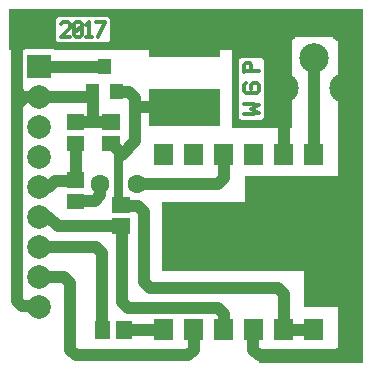
<source format=gbr>
G04 start of page 2 for group 0 idx 0 *
G04 Title: Dom32RF, top *
G04 Creator: pcb 4.0.2 *
G04 CreationDate: Tue Feb 12 11:34:35 2019 UTC *
G04 For: walter *
G04 Format: Gerber/RS-274X *
G04 PCB-Dimensions (mil): 1181.10 1181.10 *
G04 PCB-Coordinate-Origin: lower left *
%MOIN*%
%FSLAX25Y25*%
%LNTOP*%
%ADD20C,0.0591*%
%ADD19C,0.0492*%
%ADD18C,0.0315*%
%ADD17C,0.0630*%
%ADD16C,0.0984*%
%ADD15C,0.0787*%
%ADD14C,0.0118*%
%ADD13C,0.0197*%
%ADD12C,0.0394*%
%ADD11C,0.0001*%
G54D11*G36*
X94488Y78346D02*X80825D01*
Y81108D01*
X84041Y81113D01*
X84222Y81157D01*
X84394Y81228D01*
X84552Y81325D01*
X84694Y81446D01*
X84814Y81587D01*
X84912Y81746D01*
X84983Y81917D01*
X85026Y82098D01*
X85037Y82283D01*
X85026Y100730D01*
X84983Y100911D01*
X84912Y101082D01*
X84814Y101241D01*
X84694Y101382D01*
X84552Y101503D01*
X84394Y101600D01*
X84222Y101671D01*
X84041Y101715D01*
X83856Y101726D01*
X80825Y101720D01*
Y118110D01*
X94488D01*
Y78346D01*
G37*
G36*
X80825D02*X74409D01*
Y118110D01*
X80825D01*
Y101720D01*
X77609Y101715D01*
X77429Y101671D01*
X77257Y101600D01*
X77098Y101503D01*
X76957Y101382D01*
X76836Y101241D01*
X76739Y101082D01*
X76668Y100911D01*
X76625Y100730D01*
X76614Y100545D01*
X76625Y82098D01*
X76668Y81917D01*
X76739Y81746D01*
X76836Y81587D01*
X76957Y81446D01*
X77098Y81325D01*
X77257Y81228D01*
X77429Y81157D01*
X77609Y81113D01*
X77795Y81102D01*
X80825Y81108D01*
Y78346D01*
G37*
G36*
X24704Y118110D02*X74606D01*
Y104331D01*
X24704D01*
Y106898D01*
X32861Y106903D01*
X33042Y106946D01*
X33213Y107018D01*
X33372Y107115D01*
X33513Y107235D01*
X33634Y107377D01*
X33731Y107535D01*
X33802Y107707D01*
X33846Y107888D01*
X33856Y108073D01*
X33846Y114320D01*
X33802Y114500D01*
X33731Y114672D01*
X33634Y114831D01*
X33513Y114972D01*
X33372Y115093D01*
X33213Y115190D01*
X33042Y115261D01*
X32861Y115304D01*
X32675Y115315D01*
X24704Y115310D01*
Y118110D01*
G37*
G36*
X0Y104331D02*Y118110D01*
X24704D01*
Y115310D01*
X16547Y115304D01*
X16366Y115261D01*
X16194Y115190D01*
X16036Y115093D01*
X15895Y114972D01*
X15774Y114831D01*
X15677Y114672D01*
X15606Y114500D01*
X15562Y114320D01*
X15551Y114134D01*
X15562Y107888D01*
X15606Y107707D01*
X15677Y107535D01*
X15774Y107377D01*
X15895Y107235D01*
X16036Y107115D01*
X16194Y107018D01*
X16366Y106946D01*
X16547Y106903D01*
X16732Y106892D01*
X24704Y106898D01*
Y104331D01*
X15249D01*
X15176Y104393D01*
X14912Y104555D01*
X14626Y104673D01*
X14325Y104746D01*
X14016Y104764D01*
X5833Y104746D01*
X5532Y104673D01*
X5245Y104555D01*
X4981Y104393D01*
X4908Y104331D01*
X0D01*
G37*
G36*
X84843Y108661D02*Y118110D01*
X118110D01*
Y108661D01*
X84843D01*
G37*
G36*
X109646Y62402D02*Y118110D01*
X118110D01*
Y62402D01*
X109646D01*
G37*
G36*
X78740D02*X111614D01*
Y30709D01*
X78740D01*
Y62402D01*
G37*
G36*
X51181Y53543D02*X78937D01*
Y30709D01*
X51181D01*
Y53543D01*
G37*
G36*
X98425Y18701D02*Y30906D01*
X109843D01*
Y18701D01*
X98425D01*
G37*
G36*
X113386Y62598D02*X118110D01*
Y0D01*
X113386D01*
Y62598D01*
G37*
G36*
X83465Y3937D02*X118110D01*
Y0D01*
X83465D01*
Y3937D01*
G37*
G54D12*X2559Y86024D02*Y20866D01*
X10079Y48858D02*X13150D01*
X16339Y45669D01*
X10079Y58858D02*X13386D01*
X15354Y60827D01*
X10079Y38858D02*X29055D01*
X16339Y45669D02*X37401D01*
X37402Y45670D01*
X29055Y38858D02*X31102Y36811D01*
Y11220D01*
X37598Y20276D02*Y45669D01*
X45079Y26969D02*Y50394D01*
X43110Y52362D01*
X37402D01*
X2559Y20866D02*X4528Y18898D01*
X10039D01*
X15354Y60827D02*X22047D01*
X22244Y53938D02*X28544D01*
X30512Y55906D01*
Y59843D01*
G54D13*X37205Y52362D02*Y69094D01*
X36024Y52362D02*Y69094D01*
G54D12*X22047Y60827D02*X22244Y61024D01*
Y73229D01*
X10039Y18898D02*X10079Y18858D01*
X22244Y2559D02*X20276Y4528D01*
Y26772D01*
X18307Y28740D01*
X10197D01*
X10079Y28858D01*
X2559Y90748D02*X4528Y88780D01*
X10000D01*
X10079Y88858D01*
X5394D02*X2559Y86024D01*
X10079Y98858D02*X31732D01*
X31890Y99016D01*
X5394Y88858D02*X26426D01*
X27990Y90422D01*
X22244Y80315D02*X34055D01*
X2559Y86024D02*Y107283D01*
X2992Y111654D02*X2953Y111614D01*
X61575Y11126D02*Y4488D01*
X59646Y2559D01*
X71457Y11244D02*X71575Y11126D01*
X71654Y11048D02*Y16339D01*
X69685Y18307D01*
X59646Y2559D02*X22244D01*
X38385Y11024D02*X51472D01*
X31102Y11220D02*X31299Y11024D01*
X51472D02*X51575Y11126D01*
X69685Y18307D02*X39567D01*
X37598Y20276D01*
X89567Y25000D02*X47047D01*
X45079Y26969D01*
X83465Y2559D02*X81496Y4528D01*
Y11048D01*
X81575Y11126D01*
X26378Y88810D02*X27953Y90385D01*
X27990Y90422D02*Y80352D01*
X27953Y80315D01*
X42126Y85236D02*X58465D01*
X42126Y74016D02*Y88386D01*
X40157Y90354D01*
X35857D01*
X35790Y90422D01*
X37402Y69488D02*X37598D01*
X44488Y59843D02*X69685D01*
X71654Y61811D01*
Y69409D01*
X71575Y69488D01*
X37402Y69883D02*X34055Y73229D01*
X37598Y69488D02*X42126Y74016D01*
G54D13*X37402Y69488D02*X37599Y69685D01*
G54D12*X101575Y69488D02*Y101654D01*
X91575Y69488D02*Y111654D01*
Y11126D02*Y22992D01*
X89567Y25000D01*
X91339Y11363D02*X91575Y11126D01*
X101575D01*
X111575Y4488D02*X109646Y2559D01*
X83465D01*
X111575Y4488D02*Y111654D01*
G54D14*X78385Y82874D02*X80825D01*
X83265Y83484D01*
X80825Y84704D01*
X83265Y85924D01*
X80825Y86534D01*
X78385D02*X80825D01*
X78385Y92634D02*X78995Y93244D01*
X78385Y92634D02*Y90804D01*
X78995Y90194D02*X78385Y90804D01*
X78995Y90194D02*X82655D01*
X83265Y90804D01*
Y92634D02*Y90804D01*
Y92634D02*X82655Y93244D01*
X81435D02*X82655D01*
X80825Y92634D02*X81435Y93244D01*
X80825Y92634D02*Y91414D01*
X78385Y97514D02*X83265D01*
X78385Y99344D02*Y96904D01*
Y99344D02*X78995Y99954D01*
X80215D01*
X80825Y99344D02*X80215Y99954D01*
X80825Y99344D02*Y97514D01*
X17323Y112934D02*X17933Y113544D01*
X19763D01*
X20373Y112934D01*
Y111714D01*
X17323Y108664D02*X20373Y111714D01*
X17323Y108664D02*X20373D01*
X21837Y109274D02*X22447Y108664D01*
X21837Y112934D02*Y109274D01*
Y112934D02*X22447Y113544D01*
X23667D01*
X24277Y112934D01*
Y109274D01*
X23667Y108664D02*X24277Y109274D01*
X22447Y108664D02*X23667D01*
X21837Y109884D02*X24277Y112324D01*
X25741Y112568D02*X26717Y113544D01*
Y108664D01*
X25741D02*X27571D01*
X29645D02*X32085Y113544D01*
X29035D02*X32085D01*
G54D11*G36*
X6142Y102795D02*Y94921D01*
X14016D01*
Y102795D01*
X6142D01*
G37*
G54D15*X10079Y88858D03*
G54D16*X101575Y101654D03*
X91575Y91654D03*
Y111654D03*
X111575Y91654D03*
Y111654D03*
G54D15*X10079Y78858D03*
Y68858D03*
Y58858D03*
Y48858D03*
Y38858D03*
Y28858D03*
Y18858D03*
G54D11*G36*
X54825Y14626D02*X48325D01*
Y7626D01*
X54825D01*
Y14626D01*
G37*
G36*
X64825D02*X58325D01*
Y7626D01*
X64825D01*
Y14626D01*
G37*
G36*
X74825D02*X68325D01*
Y7626D01*
X74825D01*
Y14626D01*
G37*
G36*
X84825D02*X78325D01*
Y7626D01*
X84825D01*
Y14626D01*
G37*
G36*
X94825D02*X88325D01*
Y7626D01*
X94825D01*
Y14626D01*
G37*
G36*
X104825D02*X98325D01*
Y7626D01*
X104825D01*
Y14626D01*
G37*
G36*
Y72988D02*X98325D01*
Y65988D01*
X104825D01*
Y72988D01*
G37*
G36*
X94825D02*X88325D01*
Y65988D01*
X94825D01*
Y72988D01*
G37*
G36*
X84825D02*X78325D01*
Y65988D01*
X84825D01*
Y72988D01*
G37*
G36*
X74825D02*X68325D01*
Y65988D01*
X74825D01*
Y72988D01*
G37*
G36*
X64825D02*X58325D01*
Y65988D01*
X64825D01*
Y72988D01*
G37*
G36*
X46715Y91386D02*Y79086D01*
X70215D01*
Y91386D01*
X46715D01*
G37*
G36*
Y114386D02*Y102086D01*
X70215D01*
Y114386D01*
X46715D01*
G37*
G36*
X54825Y72988D02*X48325D01*
Y65988D01*
X54825D01*
Y72988D01*
G37*
G36*
X19292Y75788D02*Y70670D01*
X25196D01*
Y75788D01*
X19292D01*
G37*
G36*
Y82874D02*Y77756D01*
X25196D01*
Y82874D01*
X19292D01*
G37*
G36*
X31103Y75788D02*Y70670D01*
X37007D01*
Y75788D01*
X31103D01*
G37*
G36*
Y82874D02*Y77756D01*
X37007D01*
Y82874D01*
X31103D01*
G37*
G36*
X30190Y92922D02*X25790D01*
Y87922D01*
X30190D01*
Y92922D01*
G37*
G36*
X37990D02*X33590D01*
Y87922D01*
X37990D01*
Y92922D01*
G37*
G36*
X34090Y101516D02*X29690D01*
Y96516D01*
X34090D01*
Y101516D01*
G37*
G36*
X19292Y56497D02*Y51379D01*
X25196D01*
Y56497D01*
X19292D01*
G37*
G36*
Y63583D02*Y58465D01*
X25196D01*
Y63583D01*
X19292D01*
G37*
G36*
X34450Y55315D02*Y50197D01*
X40354D01*
Y55315D01*
X34450D01*
G37*
G36*
Y48229D02*Y43111D01*
X40354D01*
Y48229D01*
X34450D01*
G37*
G36*
X40944Y13976D02*X35826D01*
Y8072D01*
X40944D01*
Y13976D01*
G37*
G36*
X33858D02*X28740D01*
Y8072D01*
X33858D01*
Y13976D01*
G37*
G54D17*X30512Y59843D03*
X42717D03*
G54D18*G54D12*G54D19*G54D20*G54D12*M02*

</source>
